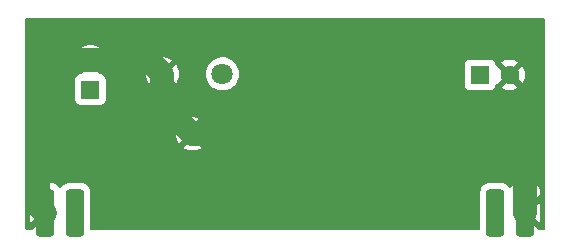
<source format=gbl>
%TF.GenerationSoftware,KiCad,Pcbnew,8.0.4*%
%TF.CreationDate,2025-01-06T15:08:45+00:00*%
%TF.ProjectId,33063_boost,33333036-335f-4626-9f6f-73742e6b6963,rev?*%
%TF.SameCoordinates,Original*%
%TF.FileFunction,Copper,L2,Bot*%
%TF.FilePolarity,Positive*%
%FSLAX46Y46*%
G04 Gerber Fmt 4.6, Leading zero omitted, Abs format (unit mm)*
G04 Created by KiCad (PCBNEW 8.0.4) date 2025-01-06 15:08:45*
%MOMM*%
%LPD*%
G01*
G04 APERTURE LIST*
G04 Aperture macros list*
%AMRoundRect*
0 Rectangle with rounded corners*
0 $1 Rounding radius*
0 $2 $3 $4 $5 $6 $7 $8 $9 X,Y pos of 4 corners*
0 Add a 4 corners polygon primitive as box body*
4,1,4,$2,$3,$4,$5,$6,$7,$8,$9,$2,$3,0*
0 Add four circle primitives for the rounded corners*
1,1,$1+$1,$2,$3*
1,1,$1+$1,$4,$5*
1,1,$1+$1,$6,$7*
1,1,$1+$1,$8,$9*
0 Add four rect primitives between the rounded corners*
20,1,$1+$1,$2,$3,$4,$5,0*
20,1,$1+$1,$4,$5,$6,$7,0*
20,1,$1+$1,$6,$7,$8,$9,0*
20,1,$1+$1,$8,$9,$2,$3,0*%
G04 Aperture macros list end*
%TA.AperFunction,ComponentPad*%
%ADD10R,1.600000X1.600000*%
%TD*%
%TA.AperFunction,ComponentPad*%
%ADD11C,1.600000*%
%TD*%
%TA.AperFunction,ComponentPad*%
%ADD12C,1.800000*%
%TD*%
%TA.AperFunction,ComponentPad*%
%ADD13RoundRect,0.250000X-0.500000X-1.750000X0.500000X-1.750000X0.500000X1.750000X-0.500000X1.750000X0*%
%TD*%
%TA.AperFunction,ViaPad*%
%ADD14C,0.600000*%
%TD*%
%TA.AperFunction,Conductor*%
%ADD15C,2.000000*%
%TD*%
%TA.AperFunction,Conductor*%
%ADD16C,0.800000*%
%TD*%
%TA.AperFunction,Conductor*%
%ADD17C,0.600000*%
%TD*%
G04 APERTURE END LIST*
D10*
%TO.P,C1,1*%
%TO.N,/Vin*%
X57000000Y-57600000D03*
D11*
%TO.P,C1,2*%
%TO.N,GND1*%
X57000000Y-55100000D03*
%TD*%
D12*
%TO.P,RV1,1,1*%
%TO.N,Net-(JP1-B)*%
X68185000Y-56260000D03*
%TO.P,RV1,2,2*%
%TO.N,GND1*%
X65645000Y-61340000D03*
%TO.P,RV1,3,3*%
X63105000Y-56260000D03*
%TD*%
D10*
%TO.P,C3,1*%
%TO.N,/Vout*%
X90000000Y-56350000D03*
D11*
%TO.P,C3,2*%
%TO.N,GND1*%
X92500000Y-56350000D03*
%TD*%
D13*
%TO.P,J2,1,Pin_1*%
%TO.N,/Vout*%
X91280000Y-68000000D03*
%TO.P,J2,2,Pin_2*%
%TO.N,GND1*%
X93820000Y-68000000D03*
%TD*%
%TO.P,J1,1,Pin_1*%
%TO.N,GND1*%
X53180000Y-68000000D03*
%TO.P,J1,2,Pin_2*%
%TO.N,/Vin*%
X55720000Y-68000000D03*
%TD*%
D14*
%TO.N,GND1*%
X80195000Y-55122857D03*
%TD*%
D15*
%TO.N,GND1*%
X93820000Y-68000000D02*
X93820000Y-62675000D01*
X55195000Y-55100000D02*
X61945000Y-55100000D01*
X55195000Y-55100000D02*
X57000000Y-55100000D01*
X53175000Y-68000000D02*
X52595000Y-67420000D01*
D16*
X80195000Y-59750000D02*
X80245000Y-59800000D01*
D17*
X93820000Y-58890000D02*
X93820000Y-57670000D01*
D15*
X91855000Y-58890000D02*
X93820000Y-58890000D01*
X90945000Y-59800000D02*
X91855000Y-58890000D01*
D16*
X53175000Y-68000000D02*
X53175000Y-66150000D01*
D15*
X52595000Y-67420000D02*
X52595000Y-57700000D01*
X66285000Y-61340000D02*
X67825000Y-59800000D01*
X52595000Y-57700000D02*
X55195000Y-55100000D01*
X61945000Y-55100000D02*
X63105000Y-56260000D01*
X93820000Y-62675000D02*
X90945000Y-59800000D01*
X63105000Y-58800000D02*
X65645000Y-61340000D01*
X67825000Y-59800000D02*
X80245000Y-59800000D01*
D17*
X93820000Y-57670000D02*
X92500000Y-56350000D01*
D15*
X65645000Y-61340000D02*
X66285000Y-61340000D01*
D16*
X80195000Y-55122857D02*
X80195000Y-59750000D01*
D15*
X90945000Y-59800000D02*
X80245000Y-59800000D01*
X63105000Y-56260000D02*
X63105000Y-58800000D01*
%TD*%
%TA.AperFunction,Conductor*%
%TO.N,GND1*%
G36*
X95438039Y-51519685D02*
G01*
X95483794Y-51572489D01*
X95495000Y-51624000D01*
X95495000Y-69375500D01*
X95475315Y-69442539D01*
X95422511Y-69488294D01*
X95371000Y-69499500D01*
X95017309Y-69499500D01*
X94950270Y-69479815D01*
X94929628Y-69463181D01*
X93866447Y-68400000D01*
X93872661Y-68400000D01*
X93974394Y-68372741D01*
X94065606Y-68320080D01*
X94140080Y-68245606D01*
X94192741Y-68154394D01*
X94220000Y-68052661D01*
X94220000Y-68046448D01*
X95069998Y-68896446D01*
X95069999Y-68896445D01*
X95069999Y-67103553D01*
X95069998Y-67103552D01*
X94220000Y-67953551D01*
X94220000Y-67947339D01*
X94192741Y-67845606D01*
X94140080Y-67754394D01*
X94065606Y-67679920D01*
X93974394Y-67627259D01*
X93872661Y-67600000D01*
X93866447Y-67600000D01*
X95069998Y-66396447D01*
X95069999Y-66396446D01*
X95069999Y-66200028D01*
X95069998Y-66200013D01*
X95059505Y-66097302D01*
X95004358Y-65930880D01*
X95004356Y-65930875D01*
X94912315Y-65781654D01*
X94788345Y-65657684D01*
X94639124Y-65565643D01*
X94639119Y-65565641D01*
X94472697Y-65510494D01*
X94472690Y-65510493D01*
X94369980Y-65500000D01*
X93270028Y-65500000D01*
X93270012Y-65500001D01*
X93167302Y-65510494D01*
X93000880Y-65565641D01*
X93000875Y-65565643D01*
X92851654Y-65657684D01*
X92727683Y-65781655D01*
X92727680Y-65781659D01*
X92655831Y-65898144D01*
X92603883Y-65944869D01*
X92534920Y-65956090D01*
X92470838Y-65928247D01*
X92444754Y-65898144D01*
X92372906Y-65781659D01*
X92372712Y-65781344D01*
X92248656Y-65657288D01*
X92099334Y-65565186D01*
X91932797Y-65510001D01*
X91932795Y-65510000D01*
X91830010Y-65499500D01*
X90729998Y-65499500D01*
X90729980Y-65499501D01*
X90627203Y-65510000D01*
X90627200Y-65510001D01*
X90460668Y-65565185D01*
X90460663Y-65565187D01*
X90311342Y-65657289D01*
X90187289Y-65781342D01*
X90095187Y-65930663D01*
X90095185Y-65930668D01*
X90086761Y-65956090D01*
X90040001Y-66097203D01*
X90040001Y-66097204D01*
X90040000Y-66097204D01*
X90029500Y-66199983D01*
X90029500Y-66199991D01*
X90029500Y-67845606D01*
X90029501Y-69375500D01*
X90009816Y-69442539D01*
X89957012Y-69488294D01*
X89905501Y-69499500D01*
X57094500Y-69499500D01*
X57027461Y-69479815D01*
X56981706Y-69427011D01*
X56970500Y-69375500D01*
X56970499Y-66199998D01*
X56970498Y-66199981D01*
X56959999Y-66097203D01*
X56959998Y-66097200D01*
X56904814Y-65930666D01*
X56812712Y-65781344D01*
X56688656Y-65657288D01*
X56539334Y-65565186D01*
X56372797Y-65510001D01*
X56372795Y-65510000D01*
X56270010Y-65499500D01*
X55169998Y-65499500D01*
X55169980Y-65499501D01*
X55067203Y-65510000D01*
X55067200Y-65510001D01*
X54900668Y-65565185D01*
X54900663Y-65565187D01*
X54751342Y-65657289D01*
X54627288Y-65781343D01*
X54627285Y-65781347D01*
X54555244Y-65898144D01*
X54503296Y-65944869D01*
X54434334Y-65956090D01*
X54370252Y-65928247D01*
X54344167Y-65898144D01*
X54272315Y-65781654D01*
X54148345Y-65657684D01*
X53999124Y-65565643D01*
X53999119Y-65565641D01*
X53832697Y-65510494D01*
X53832690Y-65510493D01*
X53729980Y-65500000D01*
X52630028Y-65500000D01*
X52630012Y-65500001D01*
X52527302Y-65510494D01*
X52360880Y-65565641D01*
X52360875Y-65565643D01*
X52211654Y-65657684D01*
X52087684Y-65781654D01*
X51995643Y-65930875D01*
X51995641Y-65930880D01*
X51940494Y-66097302D01*
X51940493Y-66097309D01*
X51930000Y-66200013D01*
X51930000Y-66396447D01*
X53133553Y-67600000D01*
X53127339Y-67600000D01*
X53025606Y-67627259D01*
X52934394Y-67679920D01*
X52859920Y-67754394D01*
X52807259Y-67845606D01*
X52780000Y-67947339D01*
X52780000Y-67953552D01*
X51930000Y-67103552D01*
X51930000Y-68896446D01*
X52780000Y-68046446D01*
X52780000Y-68052661D01*
X52807259Y-68154394D01*
X52859920Y-68245606D01*
X52934394Y-68320080D01*
X53025606Y-68372741D01*
X53127339Y-68400000D01*
X53133553Y-68400000D01*
X52070372Y-69463181D01*
X52009049Y-69496666D01*
X51982691Y-69499500D01*
X51624000Y-69499500D01*
X51556961Y-69479815D01*
X51511206Y-69427011D01*
X51500000Y-69375500D01*
X51500000Y-61339994D01*
X64240202Y-61339994D01*
X64240202Y-61340005D01*
X64259361Y-61571218D01*
X64316317Y-61796135D01*
X64409515Y-62008606D01*
X64493812Y-62137633D01*
X65162037Y-61469408D01*
X65179075Y-61532993D01*
X65244901Y-61647007D01*
X65337993Y-61740099D01*
X65452007Y-61805925D01*
X65515590Y-61822962D01*
X64846201Y-62492351D01*
X64876649Y-62516050D01*
X65080697Y-62626476D01*
X65080706Y-62626479D01*
X65300139Y-62701811D01*
X65528993Y-62740000D01*
X65761007Y-62740000D01*
X65989860Y-62701811D01*
X66209293Y-62626479D01*
X66209301Y-62626476D01*
X66413355Y-62516047D01*
X66443797Y-62492351D01*
X66443798Y-62492350D01*
X65774410Y-61822962D01*
X65837993Y-61805925D01*
X65952007Y-61740099D01*
X66045099Y-61647007D01*
X66110925Y-61532993D01*
X66127962Y-61469409D01*
X66796186Y-62137633D01*
X66880482Y-62008611D01*
X66973682Y-61796135D01*
X67030638Y-61571218D01*
X67049798Y-61340005D01*
X67049798Y-61339994D01*
X67030638Y-61108781D01*
X66973682Y-60883864D01*
X66880484Y-60671393D01*
X66796186Y-60542365D01*
X66127962Y-61210589D01*
X66110925Y-61147007D01*
X66045099Y-61032993D01*
X65952007Y-60939901D01*
X65837993Y-60874075D01*
X65774409Y-60857037D01*
X66443797Y-60187647D01*
X66443797Y-60187645D01*
X66413360Y-60163955D01*
X66413354Y-60163951D01*
X66209302Y-60053523D01*
X66209293Y-60053520D01*
X65989860Y-59978188D01*
X65761007Y-59940000D01*
X65528993Y-59940000D01*
X65300139Y-59978188D01*
X65080706Y-60053520D01*
X65080697Y-60053523D01*
X64876650Y-60163949D01*
X64846200Y-60187647D01*
X65515591Y-60857037D01*
X65452007Y-60874075D01*
X65337993Y-60939901D01*
X65244901Y-61032993D01*
X65179075Y-61147007D01*
X65162037Y-61210591D01*
X64493811Y-60542365D01*
X64409516Y-60671390D01*
X64316317Y-60883864D01*
X64259361Y-61108781D01*
X64240202Y-61339994D01*
X51500000Y-61339994D01*
X51500000Y-55099997D01*
X55695034Y-55099997D01*
X55695034Y-55100002D01*
X55714858Y-55326599D01*
X55714860Y-55326610D01*
X55773730Y-55546317D01*
X55773735Y-55546331D01*
X55869863Y-55752478D01*
X55920974Y-55825472D01*
X56600000Y-55146446D01*
X56600000Y-55152661D01*
X56627259Y-55254394D01*
X56679920Y-55345606D01*
X56754394Y-55420080D01*
X56845606Y-55472741D01*
X56947339Y-55500000D01*
X56953553Y-55500000D01*
X56269352Y-56184199D01*
X56259506Y-56233194D01*
X56210890Y-56283377D01*
X56155367Y-56298049D01*
X56155423Y-56299099D01*
X56155429Y-56299146D01*
X56155426Y-56299146D01*
X56155436Y-56299324D01*
X56152123Y-56299501D01*
X56092516Y-56305908D01*
X55957671Y-56356202D01*
X55957664Y-56356206D01*
X55842455Y-56442452D01*
X55842452Y-56442455D01*
X55756206Y-56557664D01*
X55756202Y-56557671D01*
X55705908Y-56692517D01*
X55699501Y-56752116D01*
X55699501Y-56752123D01*
X55699500Y-56752135D01*
X55699500Y-58447870D01*
X55699501Y-58447876D01*
X55705908Y-58507483D01*
X55756202Y-58642328D01*
X55756206Y-58642335D01*
X55842452Y-58757544D01*
X55842455Y-58757547D01*
X55957664Y-58843793D01*
X55957671Y-58843797D01*
X56092517Y-58894091D01*
X56092516Y-58894091D01*
X56099444Y-58894835D01*
X56152127Y-58900500D01*
X57847872Y-58900499D01*
X57907483Y-58894091D01*
X58042331Y-58843796D01*
X58157546Y-58757546D01*
X58243796Y-58642331D01*
X58294091Y-58507483D01*
X58300500Y-58447873D01*
X58300499Y-56752128D01*
X58294091Y-56692517D01*
X58264639Y-56613553D01*
X58243797Y-56557671D01*
X58243793Y-56557664D01*
X58157547Y-56442455D01*
X58157544Y-56442452D01*
X58042335Y-56356206D01*
X58042328Y-56356202D01*
X57907482Y-56305908D01*
X57907483Y-56305908D01*
X57847883Y-56299501D01*
X57847881Y-56299500D01*
X57847873Y-56299500D01*
X57847864Y-56299500D01*
X57844548Y-56299322D01*
X57844627Y-56297847D01*
X57783215Y-56279815D01*
X57766040Y-56259994D01*
X61700202Y-56259994D01*
X61700202Y-56260005D01*
X61719361Y-56491218D01*
X61776317Y-56716135D01*
X61869515Y-56928606D01*
X61953812Y-57057633D01*
X62622037Y-56389408D01*
X62639075Y-56452993D01*
X62704901Y-56567007D01*
X62797993Y-56660099D01*
X62912007Y-56725925D01*
X62975590Y-56742962D01*
X62306201Y-57412351D01*
X62336649Y-57436050D01*
X62540697Y-57546476D01*
X62540706Y-57546479D01*
X62760139Y-57621811D01*
X62988993Y-57660000D01*
X63221007Y-57660000D01*
X63449860Y-57621811D01*
X63669293Y-57546479D01*
X63669301Y-57546476D01*
X63873355Y-57436047D01*
X63903797Y-57412351D01*
X63903798Y-57412350D01*
X63234410Y-56742962D01*
X63297993Y-56725925D01*
X63412007Y-56660099D01*
X63505099Y-56567007D01*
X63570925Y-56452993D01*
X63587962Y-56389409D01*
X64256186Y-57057633D01*
X64340482Y-56928611D01*
X64433682Y-56716135D01*
X64490638Y-56491218D01*
X64509798Y-56260005D01*
X64509798Y-56259994D01*
X64509798Y-56259993D01*
X66779700Y-56259993D01*
X66779700Y-56260006D01*
X66798864Y-56491297D01*
X66798866Y-56491308D01*
X66855842Y-56716300D01*
X66949075Y-56928848D01*
X67076016Y-57123147D01*
X67076019Y-57123151D01*
X67076021Y-57123153D01*
X67233216Y-57293913D01*
X67233219Y-57293915D01*
X67233222Y-57293918D01*
X67416365Y-57436464D01*
X67416371Y-57436468D01*
X67416374Y-57436470D01*
X67497062Y-57480136D01*
X67619652Y-57546479D01*
X67620497Y-57546936D01*
X67705927Y-57576264D01*
X67840015Y-57622297D01*
X67840017Y-57622297D01*
X67840019Y-57622298D01*
X68068951Y-57660500D01*
X68068952Y-57660500D01*
X68301048Y-57660500D01*
X68301049Y-57660500D01*
X68529981Y-57622298D01*
X68749503Y-57546936D01*
X68953626Y-57436470D01*
X68954170Y-57436047D01*
X69015129Y-57388600D01*
X69136784Y-57293913D01*
X69293979Y-57123153D01*
X69420924Y-56928849D01*
X69514157Y-56716300D01*
X69571134Y-56491305D01*
X69571135Y-56491297D01*
X69590300Y-56260006D01*
X69590300Y-56259993D01*
X69571135Y-56028702D01*
X69571133Y-56028691D01*
X69514157Y-55803699D01*
X69420924Y-55591151D01*
X69362767Y-55502135D01*
X88699500Y-55502135D01*
X88699500Y-57197870D01*
X88699501Y-57197876D01*
X88705908Y-57257483D01*
X88756202Y-57392328D01*
X88756206Y-57392335D01*
X88842452Y-57507544D01*
X88842455Y-57507547D01*
X88957664Y-57593793D01*
X88957671Y-57593797D01*
X89092517Y-57644091D01*
X89092516Y-57644091D01*
X89099444Y-57644835D01*
X89152127Y-57650500D01*
X90847872Y-57650499D01*
X90907483Y-57644091D01*
X91042331Y-57593796D01*
X91157546Y-57507546D01*
X91243796Y-57392331D01*
X91294091Y-57257483D01*
X91300500Y-57197873D01*
X91300499Y-57197845D01*
X91300678Y-57194547D01*
X91302183Y-57194627D01*
X91320112Y-57133326D01*
X91372868Y-57087514D01*
X91416465Y-57079981D01*
X92100000Y-56396446D01*
X92100000Y-56402661D01*
X92127259Y-56504394D01*
X92179920Y-56595606D01*
X92254394Y-56670080D01*
X92345606Y-56722741D01*
X92447339Y-56750000D01*
X92453553Y-56750000D01*
X91774526Y-57429025D01*
X91847513Y-57480132D01*
X91847521Y-57480136D01*
X92053668Y-57576264D01*
X92053682Y-57576269D01*
X92273389Y-57635139D01*
X92273400Y-57635141D01*
X92499998Y-57654966D01*
X92500002Y-57654966D01*
X92726599Y-57635141D01*
X92726610Y-57635139D01*
X92946317Y-57576269D01*
X92946331Y-57576264D01*
X93152478Y-57480136D01*
X93225471Y-57429024D01*
X92546447Y-56750000D01*
X92552661Y-56750000D01*
X92654394Y-56722741D01*
X92745606Y-56670080D01*
X92820080Y-56595606D01*
X92872741Y-56504394D01*
X92900000Y-56402661D01*
X92900000Y-56396447D01*
X93579024Y-57075471D01*
X93630136Y-57002478D01*
X93726264Y-56796331D01*
X93726269Y-56796317D01*
X93785139Y-56576610D01*
X93785141Y-56576599D01*
X93804966Y-56350002D01*
X93804966Y-56349997D01*
X93785141Y-56123400D01*
X93785139Y-56123389D01*
X93726269Y-55903682D01*
X93726264Y-55903668D01*
X93630136Y-55697521D01*
X93630132Y-55697513D01*
X93579025Y-55624526D01*
X92900000Y-56303551D01*
X92900000Y-56297339D01*
X92872741Y-56195606D01*
X92820080Y-56104394D01*
X92745606Y-56029920D01*
X92654394Y-55977259D01*
X92552661Y-55950000D01*
X92546448Y-55950000D01*
X93225472Y-55270974D01*
X93152478Y-55219863D01*
X92946331Y-55123735D01*
X92946317Y-55123730D01*
X92726610Y-55064860D01*
X92726599Y-55064858D01*
X92500002Y-55045034D01*
X92499998Y-55045034D01*
X92273400Y-55064858D01*
X92273389Y-55064860D01*
X92053682Y-55123730D01*
X92053673Y-55123734D01*
X91847516Y-55219866D01*
X91847512Y-55219868D01*
X91774526Y-55270973D01*
X91774526Y-55270974D01*
X92453553Y-55950000D01*
X92447339Y-55950000D01*
X92345606Y-55977259D01*
X92254394Y-56029920D01*
X92179920Y-56104394D01*
X92127259Y-56195606D01*
X92100000Y-56297339D01*
X92100000Y-56303552D01*
X91415799Y-55619351D01*
X91366805Y-55609505D01*
X91316622Y-55560889D01*
X91301981Y-55505366D01*
X91300900Y-55505423D01*
X91300854Y-55505429D01*
X91300853Y-55505426D01*
X91300676Y-55505436D01*
X91300499Y-55502135D01*
X91300499Y-55502128D01*
X91294091Y-55442517D01*
X91277057Y-55396847D01*
X91243797Y-55307671D01*
X91243793Y-55307664D01*
X91157547Y-55192455D01*
X91157544Y-55192452D01*
X91042335Y-55106206D01*
X91042328Y-55106202D01*
X90907482Y-55055908D01*
X90907483Y-55055908D01*
X90847883Y-55049501D01*
X90847881Y-55049500D01*
X90847873Y-55049500D01*
X90847864Y-55049500D01*
X89152129Y-55049500D01*
X89152123Y-55049501D01*
X89092516Y-55055908D01*
X88957671Y-55106202D01*
X88957664Y-55106206D01*
X88842455Y-55192452D01*
X88842452Y-55192455D01*
X88756206Y-55307664D01*
X88756202Y-55307671D01*
X88705908Y-55442517D01*
X88699501Y-55502116D01*
X88699501Y-55502123D01*
X88699500Y-55502135D01*
X69362767Y-55502135D01*
X69293983Y-55396852D01*
X69293980Y-55396849D01*
X69293979Y-55396847D01*
X69136784Y-55226087D01*
X69136779Y-55226083D01*
X69136777Y-55226081D01*
X68953634Y-55083535D01*
X68953628Y-55083531D01*
X68749504Y-54973064D01*
X68749495Y-54973061D01*
X68529984Y-54897702D01*
X68358282Y-54869050D01*
X68301049Y-54859500D01*
X68068951Y-54859500D01*
X68023164Y-54867140D01*
X67840015Y-54897702D01*
X67620504Y-54973061D01*
X67620495Y-54973064D01*
X67416371Y-55083531D01*
X67416365Y-55083535D01*
X67233222Y-55226081D01*
X67233219Y-55226084D01*
X67076016Y-55396852D01*
X66949075Y-55591151D01*
X66855842Y-55803699D01*
X66798866Y-56028691D01*
X66798864Y-56028702D01*
X66779700Y-56259993D01*
X64509798Y-56259993D01*
X64490638Y-56028781D01*
X64433682Y-55803864D01*
X64340484Y-55591393D01*
X64256186Y-55462365D01*
X63587962Y-56130589D01*
X63570925Y-56067007D01*
X63505099Y-55952993D01*
X63412007Y-55859901D01*
X63297993Y-55794075D01*
X63234409Y-55777037D01*
X63903797Y-55107647D01*
X63903797Y-55107645D01*
X63873360Y-55083955D01*
X63873354Y-55083951D01*
X63669302Y-54973523D01*
X63669293Y-54973520D01*
X63449860Y-54898188D01*
X63221007Y-54860000D01*
X62988993Y-54860000D01*
X62760139Y-54898188D01*
X62540706Y-54973520D01*
X62540697Y-54973523D01*
X62336650Y-55083949D01*
X62306200Y-55107647D01*
X62975591Y-55777037D01*
X62912007Y-55794075D01*
X62797993Y-55859901D01*
X62704901Y-55952993D01*
X62639075Y-56067007D01*
X62622037Y-56130591D01*
X61953811Y-55462365D01*
X61869516Y-55591390D01*
X61776317Y-55803864D01*
X61719361Y-56028781D01*
X61700202Y-56259994D01*
X57766040Y-56259994D01*
X57737460Y-56227011D01*
X57729969Y-56183522D01*
X57046447Y-55500000D01*
X57052661Y-55500000D01*
X57154394Y-55472741D01*
X57245606Y-55420080D01*
X57320080Y-55345606D01*
X57372741Y-55254394D01*
X57400000Y-55152661D01*
X57400000Y-55146447D01*
X58079024Y-55825471D01*
X58130136Y-55752478D01*
X58226264Y-55546331D01*
X58226269Y-55546317D01*
X58285139Y-55326610D01*
X58285141Y-55326599D01*
X58304966Y-55100002D01*
X58304966Y-55099997D01*
X58285141Y-54873400D01*
X58285139Y-54873389D01*
X58226269Y-54653682D01*
X58226264Y-54653668D01*
X58130136Y-54447521D01*
X58130132Y-54447513D01*
X58079025Y-54374526D01*
X57400000Y-55053551D01*
X57400000Y-55047339D01*
X57372741Y-54945606D01*
X57320080Y-54854394D01*
X57245606Y-54779920D01*
X57154394Y-54727259D01*
X57052661Y-54700000D01*
X57046448Y-54700000D01*
X57725472Y-54020974D01*
X57652478Y-53969863D01*
X57446331Y-53873735D01*
X57446317Y-53873730D01*
X57226610Y-53814860D01*
X57226599Y-53814858D01*
X57000002Y-53795034D01*
X56999998Y-53795034D01*
X56773400Y-53814858D01*
X56773389Y-53814860D01*
X56553682Y-53873730D01*
X56553673Y-53873734D01*
X56347516Y-53969866D01*
X56347512Y-53969868D01*
X56274526Y-54020973D01*
X56274526Y-54020974D01*
X56953553Y-54700000D01*
X56947339Y-54700000D01*
X56845606Y-54727259D01*
X56754394Y-54779920D01*
X56679920Y-54854394D01*
X56627259Y-54945606D01*
X56600000Y-55047339D01*
X56600000Y-55053552D01*
X55920974Y-54374526D01*
X55920973Y-54374526D01*
X55869868Y-54447512D01*
X55869866Y-54447516D01*
X55773734Y-54653673D01*
X55773730Y-54653682D01*
X55714860Y-54873389D01*
X55714858Y-54873400D01*
X55695034Y-55099997D01*
X51500000Y-55099997D01*
X51500000Y-51624000D01*
X51519685Y-51556961D01*
X51572489Y-51511206D01*
X51624000Y-51500000D01*
X95371000Y-51500000D01*
X95438039Y-51519685D01*
G37*
%TD.AperFunction*%
%TD*%
M02*

</source>
